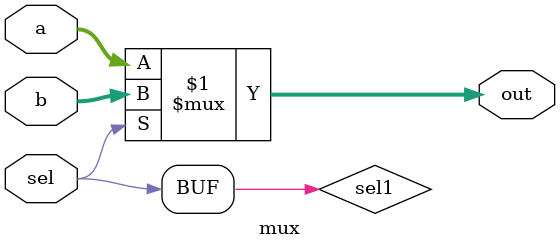
<source format=v>
module mux( 
input [4:0] a, b,
input sel,
output [4:0] out );
// When sel=0, assign a to out. 
// When sel=1, assign b to out.
assign out = sel1 ? b : a;
// Create a sel signal called sel1
assign sel1 = sel;	
endmodule

</source>
